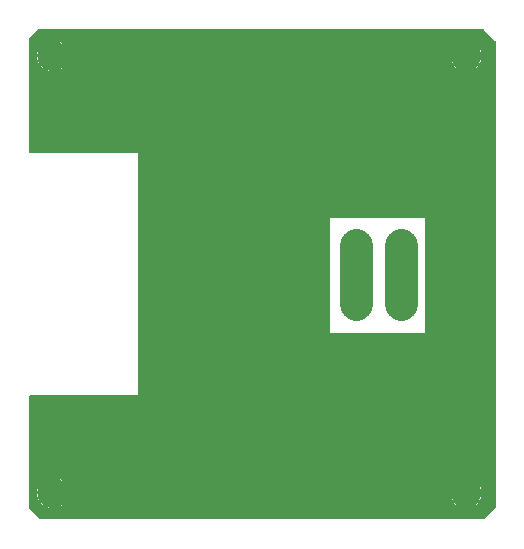
<source format=gbl>
G04 #@! TF.GenerationSoftware,KiCad,Pcbnew,7.0.7*
G04 #@! TF.CreationDate,2023-11-07T16:36:37+01:00*
G04 #@! TF.ProjectId,semkicker_intermediate_layer,73656d6b-6963-46b6-9572-5f696e746572,rev?*
G04 #@! TF.SameCoordinates,Original*
G04 #@! TF.FileFunction,Copper,L2,Bot*
G04 #@! TF.FilePolarity,Positive*
%FSLAX46Y46*%
G04 Gerber Fmt 4.6, Leading zero omitted, Abs format (unit mm)*
G04 Created by KiCad (PCBNEW 7.0.7) date 2023-11-07 16:36:37*
%MOMM*%
%LPD*%
G01*
G04 APERTURE LIST*
G04 #@! TA.AperFunction,ViaPad*
%ADD10C,0.800000*%
G04 #@! TD*
G04 #@! TA.AperFunction,Conductor*
%ADD11C,2.800000*%
G04 #@! TD*
G04 APERTURE END LIST*
D10*
X170750000Y-101250000D03*
X170750000Y-100250000D03*
X170750000Y-99250000D03*
X170750000Y-98250000D03*
X170750000Y-97250000D03*
X170750000Y-96250000D03*
X167000000Y-97250000D03*
X167000000Y-98250000D03*
X167000000Y-99250000D03*
X167000000Y-100250000D03*
X167000000Y-101250000D03*
X167000000Y-96250000D03*
X172750000Y-104250000D03*
X167750000Y-104250000D03*
X171750000Y-104250000D03*
X170750000Y-104250000D03*
X166750000Y-104250000D03*
X169750000Y-104250000D03*
X165750000Y-104250000D03*
X168750000Y-104250000D03*
X164750000Y-104250000D03*
X172750000Y-92250000D03*
X170750000Y-92250000D03*
X171750000Y-92250000D03*
X169750000Y-92250000D03*
X167750000Y-92250000D03*
X168750000Y-92250000D03*
X166750000Y-92250000D03*
X164750000Y-92250000D03*
X165750000Y-92250000D03*
X149750000Y-92250000D03*
X149750000Y-90250000D03*
X149750000Y-88250000D03*
X149750000Y-95250000D03*
X149750000Y-93250000D03*
X149750000Y-94250000D03*
X149750000Y-87250000D03*
X149750000Y-91250000D03*
X149750000Y-89250000D03*
X149750000Y-106250000D03*
X149750000Y-104250000D03*
X149750000Y-102250000D03*
X149750000Y-109250000D03*
X149750000Y-107250000D03*
X149750000Y-108250000D03*
X149750000Y-101250000D03*
X149750000Y-105250000D03*
X149750000Y-103250000D03*
X163750000Y-106250000D03*
X163750000Y-104250000D03*
X163750000Y-102250000D03*
X163750000Y-109250000D03*
X163750000Y-107250000D03*
X163750000Y-108250000D03*
X163750000Y-101250000D03*
X163750000Y-105250000D03*
X163750000Y-103250000D03*
X163750000Y-88250000D03*
X163750000Y-93250000D03*
X163750000Y-89250000D03*
X163750000Y-90250000D03*
X163750000Y-92250000D03*
X163750000Y-87250000D03*
X163750000Y-95250000D03*
X163750000Y-94250000D03*
X163750000Y-91250000D03*
X166750000Y-82250000D03*
X153750000Y-110250000D03*
X158750000Y-96250000D03*
X177750000Y-87250000D03*
X173750000Y-80250000D03*
X143750000Y-114250000D03*
X173750000Y-110250000D03*
X166750000Y-114250000D03*
X147750000Y-78250000D03*
X143750000Y-78250000D03*
X157750000Y-110250000D03*
X158750000Y-78250000D03*
X143750000Y-82250000D03*
X139750000Y-83250000D03*
X159750000Y-118250000D03*
X139750000Y-111250000D03*
X173750000Y-107250000D03*
X169750000Y-86250000D03*
X177750000Y-101250000D03*
X157750000Y-96250000D03*
X177750000Y-97250000D03*
X156750000Y-86250000D03*
X161750000Y-100250000D03*
X169750000Y-110250000D03*
X173750000Y-81250000D03*
X154750000Y-114250000D03*
X150750000Y-114250000D03*
X159750000Y-96250000D03*
X149750000Y-82250000D03*
X174750000Y-114250000D03*
X177750000Y-84250000D03*
X139750000Y-109250000D03*
X162750000Y-118250000D03*
X139750000Y-85250000D03*
X177750000Y-100250000D03*
X173750000Y-82250000D03*
X157750000Y-78250000D03*
X157750000Y-118250000D03*
X173750000Y-84250000D03*
X139750000Y-87250000D03*
X167750000Y-86250000D03*
X165750000Y-78250000D03*
X164750000Y-82250000D03*
X163750000Y-97250000D03*
X173750000Y-108250000D03*
X149750000Y-99250000D03*
X163750000Y-86250000D03*
X155750000Y-118250000D03*
X146750000Y-78250000D03*
X142750000Y-109250000D03*
X144750000Y-109250000D03*
X164750000Y-78250000D03*
X173750000Y-112250000D03*
X173750000Y-88250000D03*
X173750000Y-97250000D03*
X145750000Y-82250000D03*
X159750000Y-86250000D03*
X152750000Y-114250000D03*
X177750000Y-109250000D03*
X173750000Y-109250000D03*
X152750000Y-96250000D03*
X147750000Y-110250000D03*
X161750000Y-86250000D03*
X148750000Y-110250000D03*
X157750000Y-100250000D03*
X143750000Y-118250000D03*
X159750000Y-110250000D03*
X149750000Y-98250000D03*
X158750000Y-110250000D03*
X173750000Y-85250000D03*
X140750000Y-114250000D03*
X171750000Y-88250000D03*
X149750000Y-96250000D03*
X143750000Y-81250000D03*
X152750000Y-86250000D03*
X170750000Y-87250000D03*
X177750000Y-86250000D03*
X153750000Y-100250000D03*
X163750000Y-100250000D03*
X150750000Y-110250000D03*
X154750000Y-86250000D03*
X160750000Y-96250000D03*
X145750000Y-87250000D03*
X173750000Y-86250000D03*
X161750000Y-96250000D03*
X147750000Y-86250000D03*
X148750000Y-114250000D03*
X173750000Y-114250000D03*
X150750000Y-96250000D03*
X170750000Y-82250000D03*
X157750000Y-82250000D03*
X162750000Y-114250000D03*
X171750000Y-108250000D03*
X170750000Y-109250000D03*
X149750000Y-86250000D03*
X161750000Y-114250000D03*
X177750000Y-113250000D03*
X173750000Y-91250000D03*
X162750000Y-78250000D03*
X156750000Y-118250000D03*
X164750000Y-114250000D03*
X151750000Y-114250000D03*
X142750000Y-87250000D03*
X155750000Y-110250000D03*
X168750000Y-118250000D03*
X163750000Y-96250000D03*
X171750000Y-78250000D03*
X177750000Y-92250000D03*
X143750000Y-87250000D03*
X154750000Y-110250000D03*
X143750000Y-117250000D03*
X171750000Y-118250000D03*
X148750000Y-114250000D03*
X173750000Y-95250000D03*
X150750000Y-82250000D03*
X164750000Y-86250000D03*
X173750000Y-103250000D03*
X173750000Y-87250000D03*
X168750000Y-114250000D03*
X165750000Y-114250000D03*
X173750000Y-83250000D03*
X145750000Y-114250000D03*
X155750000Y-114250000D03*
X167750000Y-114250000D03*
X160750000Y-78250000D03*
X150750000Y-118250000D03*
X157750000Y-114250000D03*
X148750000Y-118250000D03*
X149750000Y-78250000D03*
X167750000Y-82250000D03*
X140750000Y-87250000D03*
X177750000Y-99250000D03*
X142750000Y-114250000D03*
X139750000Y-86250000D03*
X173750000Y-111250000D03*
X173750000Y-92250000D03*
X164750000Y-110250000D03*
X173750000Y-115250000D03*
X148750000Y-82250000D03*
X149750000Y-110250000D03*
X177750000Y-112250000D03*
X143750000Y-116250000D03*
X173750000Y-96250000D03*
X153750000Y-86250000D03*
X173750000Y-100250000D03*
X139750000Y-113250000D03*
X172750000Y-89250000D03*
X144750000Y-118250000D03*
X161750000Y-114250000D03*
X158750000Y-114250000D03*
X153750000Y-118250000D03*
X146750000Y-82250000D03*
X163750000Y-78250000D03*
X173750000Y-89250000D03*
X177750000Y-105250000D03*
X173750000Y-113250000D03*
X169750000Y-114250000D03*
X177750000Y-102250000D03*
X163750000Y-114250000D03*
X151750000Y-78250000D03*
X174750000Y-82250000D03*
X177750000Y-98250000D03*
X139750000Y-82250000D03*
X168750000Y-78250000D03*
X145750000Y-118250000D03*
X139750000Y-114250000D03*
X155750000Y-78250000D03*
X140750000Y-109250000D03*
X146750000Y-114250000D03*
X154750000Y-114250000D03*
X155750000Y-100250000D03*
X152750000Y-100250000D03*
X162750000Y-96250000D03*
X158750000Y-86250000D03*
X173750000Y-99250000D03*
X177750000Y-106250000D03*
X177750000Y-103250000D03*
X172750000Y-118250000D03*
X177750000Y-90250000D03*
X173750000Y-117250000D03*
X144750000Y-78250000D03*
X173750000Y-94250000D03*
X149750000Y-114250000D03*
X161750000Y-78250000D03*
X141750000Y-114250000D03*
X177750000Y-88250000D03*
X166750000Y-110250000D03*
X158750000Y-100250000D03*
X152750000Y-78250000D03*
X173750000Y-90250000D03*
X145750000Y-78250000D03*
X160750000Y-110250000D03*
X159750000Y-114250000D03*
X144750000Y-87250000D03*
X169750000Y-82250000D03*
X155750000Y-96250000D03*
X170750000Y-114250000D03*
X169750000Y-118250000D03*
X151750000Y-96250000D03*
X162750000Y-86250000D03*
X162750000Y-100250000D03*
X160750000Y-86250000D03*
X177750000Y-107250000D03*
X163750000Y-99250000D03*
X149750000Y-97250000D03*
X177750000Y-91250000D03*
X140750000Y-82250000D03*
X172750000Y-114250000D03*
X163750000Y-110250000D03*
X139750000Y-84250000D03*
X141750000Y-109250000D03*
X155750000Y-86250000D03*
X166750000Y-78250000D03*
X143750000Y-109250000D03*
X153750000Y-78250000D03*
X177750000Y-108250000D03*
X172750000Y-107250000D03*
X160750000Y-82250000D03*
X173750000Y-98250000D03*
X150750000Y-86250000D03*
X154750000Y-82250000D03*
X143750000Y-79250000D03*
X154750000Y-78250000D03*
X173750000Y-116250000D03*
X147750000Y-82250000D03*
X141750000Y-87250000D03*
X173750000Y-101250000D03*
X161750000Y-118250000D03*
X154750000Y-118250000D03*
X150750000Y-78250000D03*
X170750000Y-118250000D03*
X153750000Y-114250000D03*
X165750000Y-110250000D03*
X159750000Y-82250000D03*
X143750000Y-115250000D03*
X173750000Y-93250000D03*
X143750000Y-80250000D03*
X144750000Y-82250000D03*
X177750000Y-104250000D03*
X151750000Y-110250000D03*
X161750000Y-82250000D03*
X165750000Y-118250000D03*
X173750000Y-105250000D03*
X149750000Y-118250000D03*
X156750000Y-82250000D03*
X173750000Y-102250000D03*
X148750000Y-118250000D03*
X151750000Y-86250000D03*
X168750000Y-86250000D03*
X160750000Y-100250000D03*
X156750000Y-100250000D03*
X173750000Y-106250000D03*
X175750000Y-82250000D03*
X171750000Y-82250000D03*
X152750000Y-110250000D03*
X148750000Y-86250000D03*
X176750000Y-82250000D03*
X164750000Y-118250000D03*
X158750000Y-114250000D03*
X166750000Y-86250000D03*
X153750000Y-96250000D03*
X152750000Y-82250000D03*
X151750000Y-118250000D03*
X168750000Y-82250000D03*
X168750000Y-110250000D03*
X177750000Y-83250000D03*
X159750000Y-100250000D03*
X156750000Y-110250000D03*
X171750000Y-114250000D03*
X167750000Y-118250000D03*
X146750000Y-118250000D03*
X146750000Y-86250000D03*
X142750000Y-82250000D03*
X145750000Y-109250000D03*
X167750000Y-78250000D03*
X167750000Y-110250000D03*
X165750000Y-82250000D03*
X166750000Y-118250000D03*
X176750000Y-114250000D03*
X144750000Y-114250000D03*
X151750000Y-100250000D03*
X153750000Y-82250000D03*
X141750000Y-82250000D03*
X177750000Y-85250000D03*
X165750000Y-86250000D03*
X177750000Y-82250000D03*
X173750000Y-83250000D03*
X153750000Y-100250000D03*
X158750000Y-118250000D03*
X165750000Y-78250000D03*
X139750000Y-112250000D03*
X162750000Y-110250000D03*
X145750000Y-110250000D03*
X177750000Y-89250000D03*
X147750000Y-114250000D03*
X177750000Y-111250000D03*
X154750000Y-96250000D03*
X154750000Y-100250000D03*
X160750000Y-114250000D03*
X163750000Y-82250000D03*
X172750000Y-114250000D03*
X173750000Y-78250000D03*
X175750000Y-114250000D03*
X157750000Y-86250000D03*
X177750000Y-94250000D03*
X177750000Y-110250000D03*
X152750000Y-118250000D03*
X151750000Y-82250000D03*
X173750000Y-79250000D03*
X159750000Y-78250000D03*
X156750000Y-96250000D03*
X177750000Y-95250000D03*
X172750000Y-82250000D03*
X156750000Y-78250000D03*
X169750000Y-78250000D03*
X147750000Y-118250000D03*
X146750000Y-110250000D03*
X161750000Y-110250000D03*
X156750000Y-114250000D03*
X163750000Y-98250000D03*
X162750000Y-82250000D03*
X148750000Y-78250000D03*
X177750000Y-93250000D03*
X172750000Y-78250000D03*
X173750000Y-118250000D03*
X139750000Y-110250000D03*
X160750000Y-118250000D03*
X177750000Y-96250000D03*
X170750000Y-78250000D03*
X150750000Y-100250000D03*
X155750000Y-82250000D03*
X158750000Y-82250000D03*
X145750000Y-86250000D03*
X173750000Y-104250000D03*
X149750000Y-100250000D03*
X163750000Y-118250000D03*
X177750000Y-114250000D03*
D11*
X170750000Y-100750000D02*
X170750000Y-95750000D01*
X166950000Y-100750000D02*
X166950000Y-95750000D01*
G04 #@! TA.AperFunction,Conductor*
G36*
X141464846Y-115469296D02*
G01*
X141486131Y-115473049D01*
X141555744Y-115491701D01*
X141683981Y-115526062D01*
X141704282Y-115533451D01*
X141856020Y-115604208D01*
X141889915Y-115620014D01*
X141908633Y-115630821D01*
X142076418Y-115748305D01*
X142092976Y-115762199D01*
X142237800Y-115907023D01*
X142251694Y-115923581D01*
X142369178Y-116091366D01*
X142379985Y-116110084D01*
X142466545Y-116295710D01*
X142473938Y-116316022D01*
X142526950Y-116513868D01*
X142530703Y-116535154D01*
X142548554Y-116739192D01*
X142548554Y-116760806D01*
X142530703Y-116964845D01*
X142526950Y-116986131D01*
X142473938Y-117183977D01*
X142466545Y-117204289D01*
X142379985Y-117389915D01*
X142369178Y-117408633D01*
X142251694Y-117576418D01*
X142237800Y-117592976D01*
X142092976Y-117737800D01*
X142076418Y-117751694D01*
X141908633Y-117869178D01*
X141889915Y-117879985D01*
X141704289Y-117966545D01*
X141683977Y-117973938D01*
X141486131Y-118026950D01*
X141464845Y-118030703D01*
X141260807Y-118048554D01*
X141239193Y-118048554D01*
X141035154Y-118030703D01*
X141013868Y-118026950D01*
X140816022Y-117973938D01*
X140795710Y-117966545D01*
X140610084Y-117879985D01*
X140591366Y-117869178D01*
X140423581Y-117751694D01*
X140407023Y-117737800D01*
X140262199Y-117592976D01*
X140248305Y-117576418D01*
X140130821Y-117408633D01*
X140120014Y-117389915D01*
X140104208Y-117356020D01*
X140033451Y-117204282D01*
X140026061Y-117183977D01*
X139973049Y-116986131D01*
X139969296Y-116964845D01*
X139951445Y-116760806D01*
X139951445Y-116739193D01*
X139969296Y-116535151D01*
X139973049Y-116513868D01*
X140026063Y-116316014D01*
X140033449Y-116295721D01*
X140120015Y-116110081D01*
X140130821Y-116091366D01*
X140248305Y-115923581D01*
X140262193Y-115907029D01*
X140407029Y-115762193D01*
X140423581Y-115748305D01*
X140591366Y-115630821D01*
X140610081Y-115620015D01*
X140795721Y-115533449D01*
X140816014Y-115526063D01*
X141013868Y-115473048D01*
X141035151Y-115469296D01*
X141239198Y-115451445D01*
X141260802Y-115451445D01*
X141464846Y-115469296D01*
G37*
G04 #@! TD.AperFunction*
G04 #@! TA.AperFunction,Conductor*
G36*
X176464846Y-115469296D02*
G01*
X176486131Y-115473049D01*
X176555744Y-115491701D01*
X176683981Y-115526062D01*
X176704282Y-115533451D01*
X176856020Y-115604208D01*
X176889915Y-115620014D01*
X176908633Y-115630821D01*
X177076418Y-115748305D01*
X177092976Y-115762199D01*
X177237800Y-115907023D01*
X177251694Y-115923581D01*
X177369178Y-116091366D01*
X177379985Y-116110084D01*
X177466545Y-116295710D01*
X177473938Y-116316022D01*
X177526950Y-116513868D01*
X177530703Y-116535154D01*
X177548554Y-116739192D01*
X177548554Y-116760806D01*
X177530703Y-116964845D01*
X177526950Y-116986131D01*
X177473938Y-117183977D01*
X177466545Y-117204289D01*
X177379985Y-117389915D01*
X177369178Y-117408633D01*
X177251694Y-117576418D01*
X177237800Y-117592976D01*
X177092976Y-117737800D01*
X177076418Y-117751694D01*
X176908633Y-117869178D01*
X176889915Y-117879985D01*
X176704289Y-117966545D01*
X176683977Y-117973938D01*
X176486131Y-118026950D01*
X176464845Y-118030703D01*
X176260807Y-118048554D01*
X176239193Y-118048554D01*
X176035154Y-118030703D01*
X176013868Y-118026950D01*
X175816022Y-117973938D01*
X175795710Y-117966545D01*
X175610084Y-117879985D01*
X175591366Y-117869178D01*
X175423581Y-117751694D01*
X175407023Y-117737800D01*
X175262199Y-117592976D01*
X175248305Y-117576418D01*
X175130821Y-117408633D01*
X175120014Y-117389915D01*
X175104208Y-117356020D01*
X175033451Y-117204282D01*
X175026061Y-117183977D01*
X174973049Y-116986131D01*
X174969296Y-116964845D01*
X174951445Y-116760807D01*
X174951445Y-116739193D01*
X174951446Y-116739192D01*
X174969296Y-116535151D01*
X174973049Y-116513868D01*
X175026063Y-116316014D01*
X175033449Y-116295721D01*
X175120015Y-116110081D01*
X175130821Y-116091366D01*
X175248305Y-115923581D01*
X175262193Y-115907029D01*
X175407029Y-115762193D01*
X175423581Y-115748305D01*
X175591366Y-115630821D01*
X175610081Y-115620015D01*
X175795721Y-115533449D01*
X175816014Y-115526063D01*
X176013868Y-115473048D01*
X176035151Y-115469296D01*
X176239198Y-115451445D01*
X176260802Y-115451445D01*
X176464846Y-115469296D01*
G37*
G04 #@! TD.AperFunction*
G04 #@! TA.AperFunction,Conductor*
G36*
X141464846Y-78469296D02*
G01*
X141486131Y-78473049D01*
X141555744Y-78491701D01*
X141683981Y-78526062D01*
X141704282Y-78533451D01*
X141856020Y-78604208D01*
X141889915Y-78620014D01*
X141908633Y-78630821D01*
X142076418Y-78748305D01*
X142092976Y-78762199D01*
X142237800Y-78907023D01*
X142251694Y-78923581D01*
X142369178Y-79091366D01*
X142379985Y-79110084D01*
X142466545Y-79295710D01*
X142473938Y-79316022D01*
X142526950Y-79513868D01*
X142530703Y-79535154D01*
X142548554Y-79739192D01*
X142548554Y-79760806D01*
X142530703Y-79964845D01*
X142526950Y-79986131D01*
X142473938Y-80183977D01*
X142466545Y-80204289D01*
X142379985Y-80389915D01*
X142369178Y-80408633D01*
X142251694Y-80576418D01*
X142237800Y-80592976D01*
X142092976Y-80737800D01*
X142076418Y-80751694D01*
X141908633Y-80869178D01*
X141889915Y-80879985D01*
X141704289Y-80966545D01*
X141683977Y-80973938D01*
X141486131Y-81026950D01*
X141464845Y-81030703D01*
X141260807Y-81048554D01*
X141239193Y-81048554D01*
X141035154Y-81030703D01*
X141013868Y-81026950D01*
X140816022Y-80973938D01*
X140795710Y-80966545D01*
X140610084Y-80879985D01*
X140591366Y-80869178D01*
X140423581Y-80751694D01*
X140407023Y-80737800D01*
X140262199Y-80592976D01*
X140248305Y-80576418D01*
X140130821Y-80408633D01*
X140120014Y-80389915D01*
X140104208Y-80356020D01*
X140033451Y-80204282D01*
X140026061Y-80183977D01*
X139973049Y-79986131D01*
X139969296Y-79964845D01*
X139951445Y-79760806D01*
X139951445Y-79739193D01*
X139969296Y-79535151D01*
X139973049Y-79513868D01*
X140026063Y-79316014D01*
X140033449Y-79295721D01*
X140120015Y-79110081D01*
X140130821Y-79091366D01*
X140248305Y-78923581D01*
X140262193Y-78907029D01*
X140407029Y-78762193D01*
X140423581Y-78748305D01*
X140591366Y-78630821D01*
X140610081Y-78620015D01*
X140795721Y-78533449D01*
X140816014Y-78526063D01*
X141013868Y-78473048D01*
X141035151Y-78469296D01*
X141239198Y-78451445D01*
X141260802Y-78451445D01*
X141464846Y-78469296D01*
G37*
G04 #@! TD.AperFunction*
G04 #@! TA.AperFunction,Conductor*
G36*
X176464846Y-78469296D02*
G01*
X176486131Y-78473049D01*
X176555744Y-78491701D01*
X176683981Y-78526062D01*
X176704282Y-78533451D01*
X176856020Y-78604208D01*
X176889915Y-78620014D01*
X176908633Y-78630821D01*
X177076418Y-78748305D01*
X177092976Y-78762199D01*
X177237800Y-78907023D01*
X177251694Y-78923581D01*
X177369178Y-79091366D01*
X177379985Y-79110084D01*
X177466545Y-79295710D01*
X177473938Y-79316022D01*
X177526950Y-79513868D01*
X177530703Y-79535154D01*
X177548554Y-79739193D01*
X177548554Y-79760807D01*
X177530703Y-79964845D01*
X177526950Y-79986131D01*
X177473938Y-80183977D01*
X177466545Y-80204289D01*
X177379985Y-80389915D01*
X177369178Y-80408633D01*
X177251694Y-80576418D01*
X177237800Y-80592976D01*
X177092976Y-80737800D01*
X177076418Y-80751694D01*
X176908633Y-80869178D01*
X176889915Y-80879985D01*
X176704289Y-80966545D01*
X176683977Y-80973938D01*
X176486131Y-81026950D01*
X176464845Y-81030703D01*
X176260807Y-81048554D01*
X176239193Y-81048554D01*
X176035154Y-81030703D01*
X176013868Y-81026950D01*
X175816022Y-80973938D01*
X175795710Y-80966545D01*
X175610084Y-80879985D01*
X175591366Y-80869178D01*
X175423581Y-80751694D01*
X175407023Y-80737800D01*
X175262199Y-80592976D01*
X175248305Y-80576418D01*
X175130821Y-80408633D01*
X175120014Y-80389915D01*
X175104208Y-80356020D01*
X175033451Y-80204282D01*
X175026061Y-80183977D01*
X174973049Y-79986131D01*
X174969296Y-79964845D01*
X174951445Y-79760806D01*
X174951445Y-79739193D01*
X174969296Y-79535151D01*
X174973049Y-79513868D01*
X175026063Y-79316014D01*
X175033449Y-79295721D01*
X175120015Y-79110081D01*
X175130821Y-79091366D01*
X175248305Y-78923581D01*
X175262193Y-78907029D01*
X175407029Y-78762193D01*
X175423581Y-78748305D01*
X175591366Y-78630821D01*
X175610081Y-78620015D01*
X175795721Y-78533449D01*
X175816014Y-78526063D01*
X176013868Y-78473048D01*
X176035151Y-78469296D01*
X176239198Y-78451445D01*
X176260802Y-78451445D01*
X176464846Y-78469296D01*
G37*
G04 #@! TD.AperFunction*
G04 #@! TA.AperFunction,Conductor*
G36*
X177765677Y-77519685D02*
G01*
X177786319Y-77536319D01*
X178713182Y-78463182D01*
X178746666Y-78524503D01*
X178749500Y-78550861D01*
X178749500Y-117949138D01*
X178729815Y-118016177D01*
X178713181Y-118036819D01*
X177786319Y-118963681D01*
X177724996Y-118997166D01*
X177698638Y-119000000D01*
X140301362Y-119000000D01*
X140234323Y-118980315D01*
X140213681Y-118963681D01*
X139286319Y-118036319D01*
X139252834Y-117974996D01*
X139250000Y-117948638D01*
X139250000Y-116750001D01*
X139944532Y-116750001D01*
X139964364Y-116976686D01*
X139964366Y-116976697D01*
X140023258Y-117196488D01*
X140023261Y-117196497D01*
X140119431Y-117402732D01*
X140119432Y-117402734D01*
X140249954Y-117589141D01*
X140410858Y-117750045D01*
X140410861Y-117750047D01*
X140597266Y-117880568D01*
X140803504Y-117976739D01*
X141023308Y-118035635D01*
X141170973Y-118048554D01*
X141249998Y-118055468D01*
X141250000Y-118055468D01*
X141250002Y-118055468D01*
X141329027Y-118048554D01*
X141476692Y-118035635D01*
X141696496Y-117976739D01*
X141902734Y-117880568D01*
X142089139Y-117750047D01*
X142250047Y-117589139D01*
X142380568Y-117402734D01*
X142476739Y-117196496D01*
X142535635Y-116976692D01*
X142555468Y-116750001D01*
X174944532Y-116750001D01*
X174964364Y-116976686D01*
X174964366Y-116976697D01*
X175023258Y-117196488D01*
X175023261Y-117196497D01*
X175119431Y-117402732D01*
X175119432Y-117402734D01*
X175249954Y-117589141D01*
X175410858Y-117750045D01*
X175410861Y-117750047D01*
X175597266Y-117880568D01*
X175803504Y-117976739D01*
X176023308Y-118035635D01*
X176170973Y-118048554D01*
X176249998Y-118055468D01*
X176250000Y-118055468D01*
X176250002Y-118055468D01*
X176329027Y-118048554D01*
X176476692Y-118035635D01*
X176696496Y-117976739D01*
X176902734Y-117880568D01*
X177089139Y-117750047D01*
X177250047Y-117589139D01*
X177380568Y-117402734D01*
X177476739Y-117196496D01*
X177535635Y-116976692D01*
X177555468Y-116750000D01*
X177554522Y-116739192D01*
X177536671Y-116535154D01*
X177535635Y-116523308D01*
X177476739Y-116303504D01*
X177380568Y-116097266D01*
X177250047Y-115910861D01*
X177250045Y-115910858D01*
X177089141Y-115749954D01*
X176902734Y-115619432D01*
X176902732Y-115619431D01*
X176696497Y-115523261D01*
X176696488Y-115523258D01*
X176476697Y-115464366D01*
X176476693Y-115464365D01*
X176476692Y-115464365D01*
X176476691Y-115464364D01*
X176476686Y-115464364D01*
X176250002Y-115444532D01*
X176249998Y-115444532D01*
X176023313Y-115464364D01*
X176023302Y-115464366D01*
X175803511Y-115523258D01*
X175803502Y-115523261D01*
X175597267Y-115619431D01*
X175597265Y-115619432D01*
X175410858Y-115749954D01*
X175249954Y-115910858D01*
X175119432Y-116097265D01*
X175119431Y-116097267D01*
X175023261Y-116303502D01*
X175023258Y-116303511D01*
X174964366Y-116523302D01*
X174964364Y-116523313D01*
X174944532Y-116749998D01*
X174944532Y-116750001D01*
X142555468Y-116750001D01*
X142555468Y-116750000D01*
X142554522Y-116739192D01*
X142536671Y-116535154D01*
X142535635Y-116523308D01*
X142476739Y-116303504D01*
X142380568Y-116097266D01*
X142250047Y-115910861D01*
X142250045Y-115910858D01*
X142089141Y-115749954D01*
X141902734Y-115619432D01*
X141902732Y-115619431D01*
X141696497Y-115523261D01*
X141696488Y-115523258D01*
X141476697Y-115464366D01*
X141476693Y-115464365D01*
X141476692Y-115464365D01*
X141476691Y-115464364D01*
X141476686Y-115464364D01*
X141250002Y-115444532D01*
X141249998Y-115444532D01*
X141023313Y-115464364D01*
X141023302Y-115464366D01*
X140803511Y-115523258D01*
X140803502Y-115523261D01*
X140597267Y-115619431D01*
X140597265Y-115619432D01*
X140410858Y-115749954D01*
X140249954Y-115910858D01*
X140119432Y-116097265D01*
X140119431Y-116097267D01*
X140023261Y-116303502D01*
X140023258Y-116303511D01*
X139964366Y-116523302D01*
X139964364Y-116523313D01*
X139944532Y-116749998D01*
X139944532Y-116750001D01*
X139250000Y-116750001D01*
X139250000Y-108624000D01*
X139269685Y-108556961D01*
X139322489Y-108511206D01*
X139374000Y-108500000D01*
X148500000Y-108500000D01*
X148500000Y-93500000D01*
X164750000Y-93500000D01*
X164750000Y-103250000D01*
X172750000Y-103250000D01*
X172750000Y-93500000D01*
X164750000Y-93500000D01*
X148500000Y-93500000D01*
X148500000Y-88000000D01*
X139374000Y-88000000D01*
X139306961Y-87980315D01*
X139261206Y-87927511D01*
X139250000Y-87876000D01*
X139250000Y-79750001D01*
X139944532Y-79750001D01*
X139964364Y-79976686D01*
X139964366Y-79976697D01*
X140023258Y-80196488D01*
X140023261Y-80196497D01*
X140119431Y-80402732D01*
X140119432Y-80402734D01*
X140249954Y-80589141D01*
X140410858Y-80750045D01*
X140410861Y-80750047D01*
X140597266Y-80880568D01*
X140803504Y-80976739D01*
X141023308Y-81035635D01*
X141170973Y-81048554D01*
X141249998Y-81055468D01*
X141250000Y-81055468D01*
X141250002Y-81055468D01*
X141329027Y-81048554D01*
X141476692Y-81035635D01*
X141696496Y-80976739D01*
X141902734Y-80880568D01*
X142089139Y-80750047D01*
X142250047Y-80589139D01*
X142380568Y-80402734D01*
X142476739Y-80196496D01*
X142535635Y-79976692D01*
X142555468Y-79750001D01*
X174944532Y-79750001D01*
X174964364Y-79976686D01*
X174964366Y-79976697D01*
X175023258Y-80196488D01*
X175023261Y-80196497D01*
X175119431Y-80402732D01*
X175119432Y-80402734D01*
X175249954Y-80589141D01*
X175410858Y-80750045D01*
X175410861Y-80750047D01*
X175597266Y-80880568D01*
X175803504Y-80976739D01*
X176023308Y-81035635D01*
X176170973Y-81048554D01*
X176249998Y-81055468D01*
X176250000Y-81055468D01*
X176250002Y-81055468D01*
X176329027Y-81048554D01*
X176476692Y-81035635D01*
X176696496Y-80976739D01*
X176902734Y-80880568D01*
X177089139Y-80750047D01*
X177250047Y-80589139D01*
X177380568Y-80402734D01*
X177476739Y-80196496D01*
X177535635Y-79976692D01*
X177555468Y-79750000D01*
X177554522Y-79739192D01*
X177536671Y-79535154D01*
X177535635Y-79523308D01*
X177476739Y-79303504D01*
X177380568Y-79097266D01*
X177250047Y-78910861D01*
X177250045Y-78910858D01*
X177089141Y-78749954D01*
X176902734Y-78619432D01*
X176902732Y-78619431D01*
X176696497Y-78523261D01*
X176696488Y-78523258D01*
X176476697Y-78464366D01*
X176476693Y-78464365D01*
X176476692Y-78464365D01*
X176476691Y-78464364D01*
X176476686Y-78464364D01*
X176250002Y-78444532D01*
X176249998Y-78444532D01*
X176023313Y-78464364D01*
X176023302Y-78464366D01*
X175803511Y-78523258D01*
X175803502Y-78523261D01*
X175597267Y-78619431D01*
X175597265Y-78619432D01*
X175410858Y-78749954D01*
X175249954Y-78910858D01*
X175119432Y-79097265D01*
X175119431Y-79097267D01*
X175023261Y-79303502D01*
X175023258Y-79303511D01*
X174964366Y-79523302D01*
X174964364Y-79523313D01*
X174944532Y-79749998D01*
X174944532Y-79750001D01*
X142555468Y-79750001D01*
X142555468Y-79750000D01*
X142554522Y-79739192D01*
X142536671Y-79535154D01*
X142535635Y-79523308D01*
X142476739Y-79303504D01*
X142380568Y-79097266D01*
X142250047Y-78910861D01*
X142250045Y-78910858D01*
X142089141Y-78749954D01*
X141902734Y-78619432D01*
X141902732Y-78619431D01*
X141696497Y-78523261D01*
X141696488Y-78523258D01*
X141476697Y-78464366D01*
X141476693Y-78464365D01*
X141476692Y-78464365D01*
X141476691Y-78464364D01*
X141476686Y-78464364D01*
X141250002Y-78444532D01*
X141249998Y-78444532D01*
X141023313Y-78464364D01*
X141023302Y-78464366D01*
X140803511Y-78523258D01*
X140803502Y-78523261D01*
X140597267Y-78619431D01*
X140597265Y-78619432D01*
X140410858Y-78749954D01*
X140249954Y-78910858D01*
X140119432Y-79097265D01*
X140119431Y-79097267D01*
X140023261Y-79303502D01*
X140023258Y-79303511D01*
X139964366Y-79523302D01*
X139964364Y-79523313D01*
X139944532Y-79749998D01*
X139944532Y-79750001D01*
X139250000Y-79750001D01*
X139250000Y-78301361D01*
X139269685Y-78234322D01*
X139286314Y-78213685D01*
X139963681Y-77536319D01*
X140025004Y-77502834D01*
X140051362Y-77500000D01*
X177698638Y-77500000D01*
X177765677Y-77519685D01*
G37*
G04 #@! TD.AperFunction*
M02*

</source>
